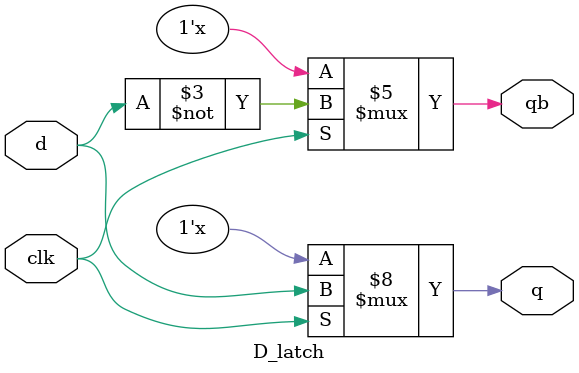
<source format=v>
module D_latch(q, qb, clk, d);
  input d, clk;
  output reg q, qb;

  always @(clk) begin
    if(clk == 1'b1) begin
      q = d; qb = ~d;
    end
  end
endmodule
</source>
